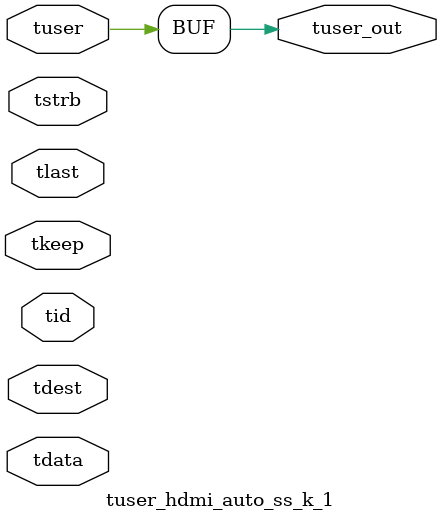
<source format=v>


`timescale 1ps/1ps

module tuser_hdmi_auto_ss_k_1 #
(
parameter C_S_AXIS_TUSER_WIDTH = 1,
parameter C_S_AXIS_TDATA_WIDTH = 32,
parameter C_S_AXIS_TID_WIDTH   = 0,
parameter C_S_AXIS_TDEST_WIDTH = 0,
parameter C_M_AXIS_TUSER_WIDTH = 1
)
(
input  [(C_S_AXIS_TUSER_WIDTH == 0 ? 1 : C_S_AXIS_TUSER_WIDTH)-1:0     ] tuser,
input  [(C_S_AXIS_TDATA_WIDTH == 0 ? 1 : C_S_AXIS_TDATA_WIDTH)-1:0     ] tdata,
input  [(C_S_AXIS_TID_WIDTH   == 0 ? 1 : C_S_AXIS_TID_WIDTH)-1:0       ] tid,
input  [(C_S_AXIS_TDEST_WIDTH == 0 ? 1 : C_S_AXIS_TDEST_WIDTH)-1:0     ] tdest,
input  [(C_S_AXIS_TDATA_WIDTH/8)-1:0 ] tkeep,
input  [(C_S_AXIS_TDATA_WIDTH/8)-1:0 ] tstrb,
input                                                                    tlast,
output [C_M_AXIS_TUSER_WIDTH-1:0] tuser_out
);

assign tuser_out = {tuser[0:0]};

endmodule


</source>
